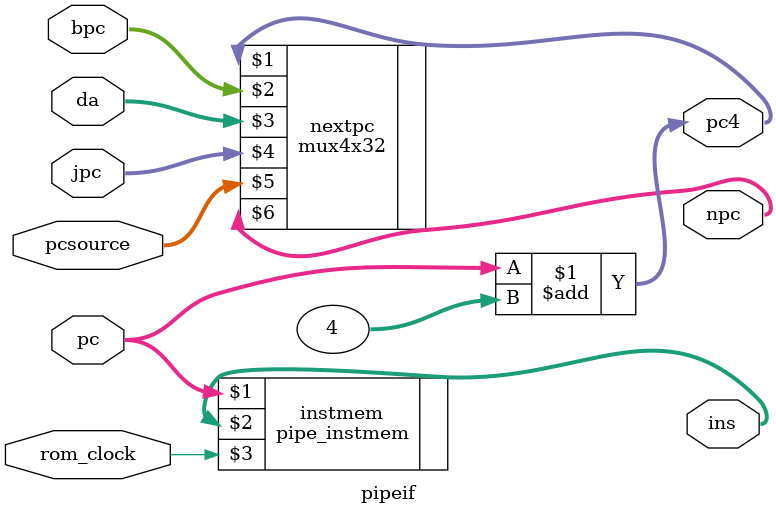
<source format=v>
module pipeif(pcsource, pc, bpc, da, jpc, npc, pc4, ins, rom_clock);
	input  [1:0]  pcsource;
	input  [31:0] pc, bpc, da, jpc;
	input         rom_clock;
	output [31:0] npc, pc4, ins;

	assign pc4 = pc + 4;

	mux4x32 nextpc(pc4, bpc, da, jpc, pcsource, npc);
	pipe_instmem instmem(pc, ins, rom_clock);
endmodule 
</source>
